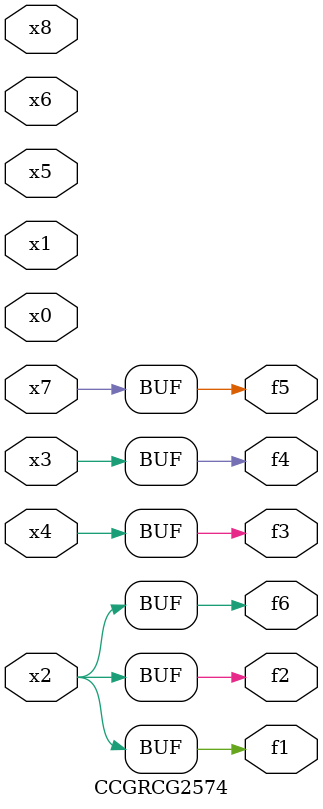
<source format=v>
module CCGRCG2574(
	input x0, x1, x2, x3, x4, x5, x6, x7, x8,
	output f1, f2, f3, f4, f5, f6
);
	assign f1 = x2;
	assign f2 = x2;
	assign f3 = x4;
	assign f4 = x3;
	assign f5 = x7;
	assign f6 = x2;
endmodule

</source>
